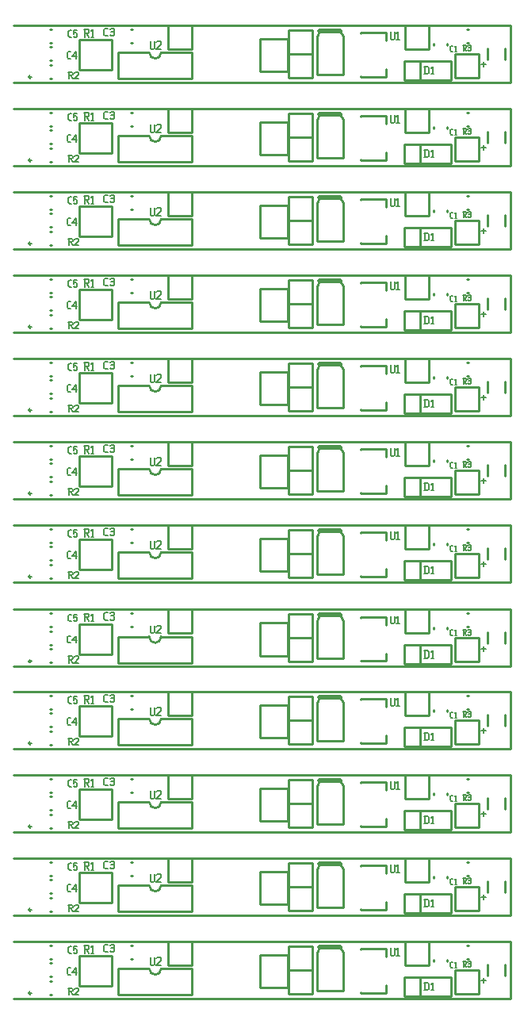
<source format=gbr>
G04 start of page 9 for group -4079 idx -4079 *
G04 Title: (unknown), topsilk *
G04 Creator: pcb 20110918 *
G04 CreationDate: Mon 02 Feb 2015 04:29:52 AM GMT UTC *
G04 For: railfan *
G04 Format: Gerber/RS-274X *
G04 PCB-Dimensions: 211000 411000 *
G04 PCB-Coordinate-Origin: lower left *
%MOIN*%
%FSLAX25Y25*%
%LNTOPSILK*%
%ADD62C,0.0200*%
%ADD61C,0.0080*%
%ADD60C,0.0100*%
G54D60*X210000Y281000D02*X1000D01*
Y270000D02*X210000D01*
Y305000D02*Y281000D01*
Y270000D02*Y246000D01*
X1000D01*
Y235000D02*X210000D01*
Y211000D02*X1000D01*
X210000Y235000D02*Y211000D01*
Y176000D02*X1000D01*
X210000Y200000D02*Y176000D01*
X1000Y200000D02*X210000D01*
X1000Y164500D02*X210000D01*
Y351000D02*X1000D01*
X210000Y375000D02*Y351000D01*
Y316000D02*X1000D01*
X210000Y340000D02*Y316000D01*
X1000Y340000D02*X210000D01*
Y386000D02*X1000D01*
X210000Y410000D02*Y386000D01*
X1000Y410000D02*X210000D01*
X1000Y375000D02*X210000D01*
X1000Y305000D02*X210000D01*
Y140500D02*X1000D01*
X210000Y130000D02*Y106000D01*
X1000Y130000D02*X210000D01*
Y164500D02*Y140500D01*
Y106000D02*X1000D01*
X210000Y71000D02*X1000D01*
X210000Y95000D02*Y71000D01*
X1000Y95000D02*X210000D01*
Y36000D02*X1000D01*
X210000Y1000D02*X1000D01*
X210000Y25000D02*Y1000D01*
X1000Y25000D02*X210000D01*
Y60000D02*Y36000D01*
X1000Y60000D02*X210000D01*
G54D61*X197500Y288500D02*X199500D01*
X198500Y289500D02*Y287500D01*
X197500Y253500D02*X199500D01*
X198500Y254500D02*Y252500D01*
X197500Y218500D02*X199500D01*
X198500Y219500D02*Y217500D01*
X197500Y183500D02*X199500D01*
X198500Y184500D02*Y182500D01*
X197500Y393500D02*X199500D01*
X198500Y394500D02*Y392500D01*
X197500Y358500D02*X199500D01*
X198500Y359500D02*Y357500D01*
X197500Y323500D02*X199500D01*
X198500Y324500D02*Y322500D01*
X197500Y148000D02*X199500D01*
X198500Y149000D02*Y147000D01*
X197500Y113500D02*X199500D01*
X198500Y114500D02*Y112500D01*
X197500Y78500D02*X199500D01*
X198500Y79500D02*Y77500D01*
X197500Y43500D02*X199500D01*
X198500Y44500D02*Y42500D01*
X197500Y8500D02*X199500D01*
X198500Y9500D02*Y7500D01*
G54D60*X116500Y398000D02*Y388000D01*
X126500D01*
Y398000D01*
X116500D01*
Y408000D02*Y398000D01*
X126500D01*
Y408000D01*
X116500D01*
G54D62*X129700Y407600D02*X138300D01*
G54D60*X129700D02*X128500Y405200D01*
Y389400D01*
X139500D01*
Y405200D02*Y389400D01*
Y405200D02*X138300Y407600D01*
X177745Y402393D02*Y401607D01*
X183255Y402393D02*Y401607D01*
X147020Y406750D02*X157650D01*
X147020Y388250D02*X157650D01*
Y406750D02*Y403500D01*
Y391500D02*Y388250D01*
X147020Y406750D02*Y406571D01*
Y388429D02*Y388250D01*
X186500Y398000D02*Y388000D01*
X196500D01*
Y398000D01*
X186500D01*
X165500Y410000D02*Y400000D01*
X175500D01*
Y410000D01*
X165500D01*
X165200Y387000D02*X184900D01*
X165200Y395000D02*X184900D01*
X165200Y387000D02*Y395000D01*
X184900Y387000D02*Y395000D01*
X172000Y387000D02*Y395000D01*
X207740Y400362D02*Y395638D01*
X200260Y400362D02*Y395638D01*
X191607Y408255D02*X192393D01*
X191607Y402745D02*X192393D01*
X116500Y363000D02*Y353000D01*
X126500D01*
Y363000D01*
X116500D01*
Y373000D02*Y363000D01*
X126500D01*
Y373000D01*
X116500D01*
X116400Y369400D02*Y355500D01*
X104600Y369400D02*X116400D01*
X104600D02*Y355500D01*
X116400D01*
G54D62*X129700Y372600D02*X138300D01*
G54D60*X129700D02*X128500Y370200D01*
Y354400D01*
X139500D01*
Y370200D02*Y354400D01*
Y370200D02*X138300Y372600D01*
X147020Y371750D02*X157650D01*
X147020Y353250D02*X157650D01*
Y371750D02*Y368500D01*
Y356500D02*Y353250D01*
X147020Y371750D02*Y371571D01*
Y353429D02*Y353250D01*
X177745Y367393D02*Y366607D01*
X183255Y367393D02*Y366607D01*
X177745Y332393D02*Y331607D01*
X183255Y332393D02*Y331607D01*
X186500Y363000D02*Y353000D01*
X196500D01*
Y363000D01*
X186500D01*
X191607Y373255D02*X192393D01*
X191607Y367745D02*X192393D01*
X186500Y328000D02*Y318000D01*
X196500D01*
Y328000D01*
X186500D01*
X191607Y338255D02*X192393D01*
X191607Y332745D02*X192393D01*
X165500Y375000D02*Y365000D01*
X175500D01*
Y375000D01*
X165500D01*
Y340000D02*Y330000D01*
X175500D01*
Y340000D01*
X165500D01*
X165200Y317000D02*X184900D01*
X165200Y325000D02*X184900D01*
X165200Y317000D02*Y325000D01*
X184900Y317000D02*Y325000D01*
X172000Y317000D02*Y325000D01*
X147020Y336750D02*X157650D01*
X147020Y318250D02*X157650D01*
Y336750D02*Y333500D01*
Y321500D02*Y318250D01*
X147020Y336750D02*Y336571D01*
Y318429D02*Y318250D01*
X165200Y352000D02*X184900D01*
X165200Y360000D02*X184900D01*
X165200Y352000D02*Y360000D01*
X184900Y352000D02*Y360000D01*
X172000Y352000D02*Y360000D01*
X207740Y365362D02*Y360638D01*
X200260Y365362D02*Y360638D01*
X207740Y330362D02*Y325638D01*
X200260Y330362D02*Y325638D01*
X177745Y297393D02*Y296607D01*
X183255Y297393D02*Y296607D01*
X186500Y293000D02*Y283000D01*
X196500D01*
Y293000D01*
X186500D01*
X165200Y282000D02*X184900D01*
X165200Y290000D02*X184900D01*
X165200Y282000D02*Y290000D01*
X184900Y282000D02*Y290000D01*
X172000Y282000D02*Y290000D01*
X207740Y295362D02*Y290638D01*
X200260Y295362D02*Y290638D01*
X191607Y303255D02*X192393D01*
X191607Y297745D02*X192393D01*
X165500Y305000D02*Y295000D01*
X175500D01*
Y305000D01*
X165500D01*
X147020Y301750D02*X157650D01*
X147020Y283250D02*X157650D01*
Y301750D02*Y298500D01*
Y286500D02*Y283250D01*
X147020Y301750D02*Y301571D01*
Y283429D02*Y283250D01*
X186500Y258000D02*Y248000D01*
X196500D01*
Y258000D01*
X186500D01*
X207740Y260362D02*Y255638D01*
X200260Y260362D02*Y255638D01*
X191607Y268255D02*X192393D01*
X191607Y262745D02*X192393D01*
X165500Y270000D02*Y260000D01*
X175500D01*
Y270000D01*
X165500D01*
X147020Y266750D02*X157650D01*
X147020Y248250D02*X157650D01*
Y266750D02*Y263500D01*
Y251500D02*Y248250D01*
X147020Y266750D02*Y266571D01*
Y248429D02*Y248250D01*
X116400Y404400D02*Y390500D01*
X104600Y404400D02*X116400D01*
X104600D02*Y390500D01*
X116400D01*
X50107Y402745D02*X50893D01*
X50107Y408255D02*X50893D01*
X66000Y400000D02*X76000D01*
Y410000D02*Y400000D01*
X66000Y410000D02*X76000D01*
X66000D02*Y400000D01*
X44934Y398488D02*Y387512D01*
X76066D01*
Y398488D02*Y387512D01*
X44934Y398488D02*X58000D01*
X63000D02*X76066D01*
X58000D02*G75*G03X63000Y398488I2500J0D01*G01*
X44934Y363488D02*Y352512D01*
X76066D01*
Y363488D02*Y352512D01*
X44934Y363488D02*X58000D01*
X63000D02*X76066D01*
X58000D02*G75*G03X63000Y363488I2500J0D01*G01*
X50107Y367745D02*X50893D01*
X50107Y373255D02*X50893D01*
X66000Y365000D02*X76000D01*
Y375000D02*Y365000D01*
X66000Y375000D02*X76000D01*
X66000D02*Y365000D01*
X8337Y318232D02*G75*G03X8337Y318232I-500J0D01*G01*
X16107Y323255D02*X16893D01*
X16107Y317745D02*X16893D01*
X16107Y330755D02*X16893D01*
X16107Y325245D02*X16893D01*
X16107Y338255D02*X16893D01*
X16107Y332745D02*X16893D01*
X28610Y333799D02*Y321201D01*
Y333799D02*X42390D01*
Y321201D01*
X28610D02*X42390D01*
X28610Y298799D02*Y286201D01*
Y298799D02*X42390D01*
Y286201D01*
X28610D02*X42390D01*
X16107Y288255D02*X16893D01*
X16107Y282745D02*X16893D01*
X16107Y295755D02*X16893D01*
X16107Y290245D02*X16893D01*
X16107Y303255D02*X16893D01*
X16107Y297745D02*X16893D01*
X8337Y388232D02*G75*G03X8337Y388232I-500J0D01*G01*
Y353232D02*G75*G03X8337Y353232I-500J0D01*G01*
Y283232D02*G75*G03X8337Y283232I-500J0D01*G01*
X28610Y403799D02*Y391201D01*
Y403799D02*X42390D01*
Y391201D01*
X28610D02*X42390D01*
X28610Y368799D02*Y356201D01*
Y368799D02*X42390D01*
Y356201D01*
X28610D02*X42390D01*
X16107Y393255D02*X16893D01*
X16107Y387745D02*X16893D01*
X16107Y358255D02*X16893D01*
X16107Y352745D02*X16893D01*
X16107Y365755D02*X16893D01*
X16107Y360245D02*X16893D01*
X16107Y373255D02*X16893D01*
X16107Y367745D02*X16893D01*
X16107Y400755D02*X16893D01*
X16107Y395245D02*X16893D01*
X16107Y408255D02*X16893D01*
X16107Y402745D02*X16893D01*
X116500Y258000D02*Y248000D01*
X126500D01*
Y258000D01*
X116500D01*
Y223000D02*Y213000D01*
X126500D01*
Y223000D01*
X116500D01*
Y233000D02*Y223000D01*
X126500D01*
Y233000D01*
X116500D01*
X116400Y229400D02*Y215500D01*
X104600Y229400D02*X116400D01*
X104600D02*Y215500D01*
X116400D01*
G54D62*X129700Y232600D02*X138300D01*
G54D60*X129700D02*X128500Y230200D01*
Y214400D01*
X139500D01*
Y230200D02*Y214400D01*
Y230200D02*X138300Y232600D01*
X116500Y268000D02*Y258000D01*
X126500D01*
Y268000D01*
X116500D01*
G54D62*X129700Y267600D02*X138300D01*
G54D60*X129700D02*X128500Y265200D01*
Y249400D01*
X139500D01*
Y265200D02*Y249400D01*
Y265200D02*X138300Y267600D01*
X116400Y264400D02*Y250500D01*
X104600Y264400D02*X116400D01*
X104600D02*Y250500D01*
X116400D01*
X44934Y258488D02*Y247512D01*
X76066D01*
Y258488D02*Y247512D01*
X44934Y258488D02*X58000D01*
X63000D02*X76066D01*
X58000D02*G75*G03X63000Y258488I2500J0D01*G01*
X50107Y262745D02*X50893D01*
X50107Y268255D02*X50893D01*
X8337Y248232D02*G75*G03X8337Y248232I-500J0D01*G01*
X16107Y253255D02*X16893D01*
X16107Y247745D02*X16893D01*
X16107Y260755D02*X16893D01*
X16107Y255245D02*X16893D01*
X16107Y268255D02*X16893D01*
X16107Y262745D02*X16893D01*
X28610Y263799D02*Y251201D01*
Y263799D02*X42390D01*
Y251201D01*
X28610D02*X42390D01*
X28610Y228799D02*Y216201D01*
Y228799D02*X42390D01*
Y216201D01*
X28610D02*X42390D01*
X16107Y218255D02*X16893D01*
X16107Y212745D02*X16893D01*
X16107Y225755D02*X16893D01*
X16107Y220245D02*X16893D01*
X16107Y233255D02*X16893D01*
X16107Y227745D02*X16893D01*
X116500Y328000D02*Y318000D01*
X126500D01*
Y328000D01*
X116500D01*
Y293000D02*Y283000D01*
X126500D01*
Y293000D01*
X116500D01*
Y303000D02*Y293000D01*
X126500D01*
Y303000D01*
X116500D01*
X116400Y299400D02*Y285500D01*
X104600Y299400D02*X116400D01*
X104600D02*Y285500D01*
X116400D01*
G54D62*X129700Y302600D02*X138300D01*
G54D60*X129700D02*X128500Y300200D01*
Y284400D01*
X139500D01*
Y300200D02*Y284400D01*
Y300200D02*X138300Y302600D01*
X116500Y338000D02*Y328000D01*
X126500D01*
Y338000D01*
X116500D01*
G54D62*X129700Y337600D02*X138300D01*
G54D60*X129700D02*X128500Y335200D01*
Y319400D01*
X139500D01*
Y335200D02*Y319400D01*
Y335200D02*X138300Y337600D01*
X116400Y334400D02*Y320500D01*
X104600Y334400D02*X116400D01*
X104600D02*Y320500D01*
X116400D01*
X44934Y328488D02*Y317512D01*
X76066D01*
Y328488D02*Y317512D01*
X44934Y328488D02*X58000D01*
X63000D02*X76066D01*
X58000D02*G75*G03X63000Y328488I2500J0D01*G01*
X50107Y332745D02*X50893D01*
X50107Y338255D02*X50893D01*
X66000Y330000D02*X76000D01*
Y340000D02*Y330000D01*
X66000Y340000D02*X76000D01*
X66000D02*Y330000D01*
X44934Y293488D02*Y282512D01*
X76066D01*
Y293488D02*Y282512D01*
X44934Y293488D02*X58000D01*
X63000D02*X76066D01*
X58000D02*G75*G03X63000Y293488I2500J0D01*G01*
X50107Y297745D02*X50893D01*
X50107Y303255D02*X50893D01*
X66000Y295000D02*X76000D01*
Y305000D02*Y295000D01*
X66000Y305000D02*X76000D01*
X66000D02*Y295000D01*
Y260000D02*X76000D01*
Y270000D02*Y260000D01*
X66000Y270000D02*X76000D01*
X66000D02*Y260000D01*
Y225000D02*X76000D01*
Y235000D02*Y225000D01*
X66000Y235000D02*X76000D01*
X66000D02*Y225000D01*
Y190000D02*X76000D01*
Y200000D02*Y190000D01*
X66000Y200000D02*X76000D01*
X66000D02*Y190000D01*
Y154500D02*X76000D01*
Y164500D02*Y154500D01*
X66000Y164500D02*X76000D01*
X66000D02*Y154500D01*
X177745Y262393D02*Y261607D01*
X183255Y262393D02*Y261607D01*
X177745Y227393D02*Y226607D01*
X183255Y227393D02*Y226607D01*
X191607Y233255D02*X192393D01*
X191607Y227745D02*X192393D01*
X165200Y247000D02*X184900D01*
X165200Y255000D02*X184900D01*
X165200Y247000D02*Y255000D01*
X184900Y247000D02*Y255000D01*
X172000Y247000D02*Y255000D01*
X165500Y235000D02*Y225000D01*
X175500D01*
Y235000D01*
X165500D01*
X165200Y212000D02*X184900D01*
X165200Y220000D02*X184900D01*
X165200Y212000D02*Y220000D01*
X184900Y212000D02*Y220000D01*
X172000Y212000D02*Y220000D01*
X147020Y231750D02*X157650D01*
X147020Y213250D02*X157650D01*
Y231750D02*Y228500D01*
Y216500D02*Y213250D01*
X147020Y231750D02*Y231571D01*
Y213429D02*Y213250D01*
X186500Y223000D02*Y213000D01*
X196500D01*
Y223000D01*
X186500D01*
X207740Y225362D02*Y220638D01*
X200260Y225362D02*Y220638D01*
X177745Y192393D02*Y191607D01*
X183255Y192393D02*Y191607D01*
X186500Y188000D02*Y178000D01*
X196500D01*
Y188000D01*
X186500D01*
X207740Y190362D02*Y185638D01*
X200260Y190362D02*Y185638D01*
X191607Y198255D02*X192393D01*
X191607Y192745D02*X192393D01*
X165500Y200000D02*Y190000D01*
X175500D01*
Y200000D01*
X165500D01*
X165200Y177000D02*X184900D01*
X165200Y185000D02*X184900D01*
X165200Y177000D02*Y185000D01*
X184900Y177000D02*Y185000D01*
X172000Y177000D02*Y185000D01*
X165500Y164500D02*Y154500D01*
X175500D01*
Y164500D01*
X165500D01*
X147020Y196750D02*X157650D01*
X147020Y178250D02*X157650D01*
Y196750D02*Y193500D01*
Y181500D02*Y178250D01*
X147020Y196750D02*Y196571D01*
Y178429D02*Y178250D01*
X177745Y156893D02*Y156107D01*
X183255Y156893D02*Y156107D01*
X186500Y152500D02*Y142500D01*
X196500D01*
Y152500D01*
X186500D01*
X165200Y141500D02*X184900D01*
X165200Y149500D02*X184900D01*
X165200Y141500D02*Y149500D01*
X184900Y141500D02*Y149500D01*
X172000Y141500D02*Y149500D01*
X207740Y154862D02*Y150138D01*
X200260Y154862D02*Y150138D01*
X191607Y162755D02*X192393D01*
X191607Y157245D02*X192393D01*
X147020Y161250D02*X157650D01*
X147020Y142750D02*X157650D01*
Y161250D02*Y158000D01*
Y146000D02*Y142750D01*
X147020Y161250D02*Y161071D01*
Y142929D02*Y142750D01*
X177745Y122393D02*Y121607D01*
X183255Y122393D02*Y121607D01*
X186500Y118000D02*Y108000D01*
X196500D01*
Y118000D01*
X186500D01*
X165200Y107000D02*X184900D01*
X165200Y115000D02*X184900D01*
X165200Y107000D02*Y115000D01*
X184900Y107000D02*Y115000D01*
X172000Y107000D02*Y115000D01*
X207740Y120362D02*Y115638D01*
X200260Y120362D02*Y115638D01*
X191607Y128255D02*X192393D01*
X191607Y122745D02*X192393D01*
X165500Y130000D02*Y120000D01*
X175500D01*
Y130000D01*
X165500D01*
X147020Y126750D02*X157650D01*
X147020Y108250D02*X157650D01*
Y126750D02*Y123500D01*
Y111500D02*Y108250D01*
X147020Y126750D02*Y126571D01*
Y108429D02*Y108250D01*
X177745Y87393D02*Y86607D01*
X183255Y87393D02*Y86607D01*
X165500Y95000D02*Y85000D01*
X175500D01*
Y95000D01*
X165500D01*
X165200Y72000D02*X184900D01*
X165200Y80000D02*X184900D01*
X165200Y72000D02*Y80000D01*
X184900Y72000D02*Y80000D01*
X172000Y72000D02*Y80000D01*
X147020Y91750D02*X157650D01*
X147020Y73250D02*X157650D01*
Y91750D02*Y88500D01*
Y76500D02*Y73250D01*
X147020Y91750D02*Y91571D01*
Y73429D02*Y73250D01*
X186500Y83000D02*Y73000D01*
X196500D01*
Y83000D01*
X186500D01*
X207740Y85362D02*Y80638D01*
X200260Y85362D02*Y80638D01*
X191607Y93255D02*X192393D01*
X191607Y87745D02*X192393D01*
X147020Y56750D02*X157650D01*
X147020Y38250D02*X157650D01*
Y56750D02*Y53500D01*
Y41500D02*Y38250D01*
X147020Y56750D02*Y56571D01*
Y38429D02*Y38250D01*
X177745Y52393D02*Y51607D01*
X183255Y52393D02*Y51607D01*
X186500Y48000D02*Y38000D01*
X196500D01*
Y48000D01*
X186500D01*
X165500Y60000D02*Y50000D01*
X175500D01*
Y60000D01*
X165500D01*
X165200Y37000D02*X184900D01*
X165200Y45000D02*X184900D01*
X165200Y37000D02*Y45000D01*
X184900Y37000D02*Y45000D01*
X172000Y37000D02*Y45000D01*
X207740Y50362D02*Y45638D01*
X200260Y50362D02*Y45638D01*
X191607Y58255D02*X192393D01*
X191607Y52745D02*X192393D01*
X177745Y17393D02*Y16607D01*
X183255Y17393D02*Y16607D01*
X186500Y13000D02*Y3000D01*
X196500D01*
Y13000D01*
X186500D01*
X165500Y25000D02*Y15000D01*
X175500D01*
Y25000D01*
X165500D01*
X191607Y23255D02*X192393D01*
X191607Y17745D02*X192393D01*
X147020Y21750D02*X157650D01*
X147020Y3250D02*X157650D01*
Y21750D02*Y18500D01*
Y6500D02*Y3250D01*
X147020Y21750D02*Y21571D01*
Y3429D02*Y3250D01*
X66000Y15000D02*X76000D01*
Y25000D02*Y15000D01*
X66000Y25000D02*X76000D01*
X66000D02*Y15000D01*
X165200Y2000D02*X184900D01*
X165200Y10000D02*X184900D01*
X165200Y2000D02*Y10000D01*
X184900Y2000D02*Y10000D01*
X172000Y2000D02*Y10000D01*
X207740Y15362D02*Y10638D01*
X200260Y15362D02*Y10638D01*
X8337Y178232D02*G75*G03X8337Y178232I-500J0D01*G01*
X16107Y183255D02*X16893D01*
X16107Y177745D02*X16893D01*
X16107Y190755D02*X16893D01*
X16107Y185245D02*X16893D01*
X16107Y198255D02*X16893D01*
X16107Y192745D02*X16893D01*
X28610Y193799D02*Y181201D01*
Y193799D02*X42390D01*
Y181201D01*
X28610D02*X42390D01*
X28610Y158299D02*Y145701D01*
Y158299D02*X42390D01*
Y145701D01*
X28610D02*X42390D01*
X16107Y147755D02*X16893D01*
X16107Y142245D02*X16893D01*
X16107Y155255D02*X16893D01*
X16107Y149745D02*X16893D01*
X16107Y162755D02*X16893D01*
X16107Y157245D02*X16893D01*
X116500Y188000D02*Y178000D01*
X126500D01*
Y188000D01*
X116500D01*
Y198000D02*Y188000D01*
X126500D01*
Y198000D01*
X116500D01*
X116400Y194400D02*Y180500D01*
X104600Y194400D02*X116400D01*
X104600D02*Y180500D01*
X116400D01*
G54D62*X129700Y197600D02*X138300D01*
G54D60*X129700D02*X128500Y195200D01*
Y179400D01*
X139500D01*
Y195200D02*Y179400D01*
Y195200D02*X138300Y197600D01*
X116500Y152500D02*Y142500D01*
X126500D01*
Y152500D01*
X116500D01*
X116400Y158900D02*Y145000D01*
X104600Y158900D02*X116400D01*
X104600D02*Y145000D01*
X116400D01*
X44934Y152988D02*Y142012D01*
X76066D01*
Y152988D02*Y142012D01*
X44934Y152988D02*X58000D01*
X63000D02*X76066D01*
X58000D02*G75*G03X63000Y152988I2500J0D01*G01*
X50107Y157245D02*X50893D01*
X50107Y162755D02*X50893D01*
X116500Y162500D02*Y152500D01*
X126500D01*
Y162500D01*
X116500D01*
G54D62*X129700Y162100D02*X138300D01*
G54D60*X129700D02*X128500Y159700D01*
Y143900D01*
X139500D01*
Y159700D02*Y143900D01*
Y159700D02*X138300Y162100D01*
X116500Y118000D02*Y108000D01*
X126500D01*
Y118000D01*
X116500D01*
Y128000D02*Y118000D01*
X126500D01*
Y128000D01*
X116500D01*
X116400Y124400D02*Y110500D01*
X104600Y124400D02*X116400D01*
X104600D02*Y110500D01*
X116400D01*
X44934Y118488D02*Y107512D01*
X76066D01*
Y118488D02*Y107512D01*
X44934Y118488D02*X58000D01*
X63000D02*X76066D01*
X58000D02*G75*G03X63000Y118488I2500J0D01*G01*
X50107Y122745D02*X50893D01*
X50107Y128255D02*X50893D01*
X66000Y120000D02*X76000D01*
Y130000D02*Y120000D01*
X66000Y130000D02*X76000D01*
X66000D02*Y120000D01*
G54D62*X129700Y127600D02*X138300D01*
G54D60*X129700D02*X128500Y125200D01*
Y109400D01*
X139500D01*
Y125200D02*Y109400D01*
Y125200D02*X138300Y127600D01*
X116500Y83000D02*Y73000D01*
X126500D01*
Y83000D01*
X116500D01*
Y93000D02*Y83000D01*
X126500D01*
Y93000D01*
X116500D01*
X116400Y89400D02*Y75500D01*
X104600Y89400D02*X116400D01*
X104600D02*Y75500D01*
X116400D01*
G54D62*X129700Y92600D02*X138300D01*
G54D60*X129700D02*X128500Y90200D01*
Y74400D01*
X139500D01*
Y90200D02*Y74400D01*
Y90200D02*X138300Y92600D01*
X44934Y223488D02*Y212512D01*
X76066D01*
Y223488D02*Y212512D01*
X44934Y223488D02*X58000D01*
X63000D02*X76066D01*
X58000D02*G75*G03X63000Y223488I2500J0D01*G01*
X50107Y227745D02*X50893D01*
X50107Y233255D02*X50893D01*
X44934Y188488D02*Y177512D01*
X76066D01*
Y188488D02*Y177512D01*
X44934Y188488D02*X58000D01*
X63000D02*X76066D01*
X58000D02*G75*G03X63000Y188488I2500J0D01*G01*
X50107Y192745D02*X50893D01*
X50107Y198255D02*X50893D01*
X8337Y108232D02*G75*G03X8337Y108232I-500J0D01*G01*
X16107Y113255D02*X16893D01*
X16107Y107745D02*X16893D01*
X16107Y120755D02*X16893D01*
X16107Y115245D02*X16893D01*
X16107Y128255D02*X16893D01*
X16107Y122745D02*X16893D01*
X28610Y123799D02*Y111201D01*
Y123799D02*X42390D01*
Y111201D01*
X28610D02*X42390D01*
X28610Y88799D02*Y76201D01*
Y88799D02*X42390D01*
Y76201D01*
X28610D02*X42390D01*
X16107Y78255D02*X16893D01*
X16107Y72745D02*X16893D01*
X16107Y85755D02*X16893D01*
X16107Y80245D02*X16893D01*
X16107Y93255D02*X16893D01*
X16107Y87745D02*X16893D01*
X8337Y38232D02*G75*G03X8337Y38232I-500J0D01*G01*
X16107Y43255D02*X16893D01*
X16107Y37745D02*X16893D01*
X16107Y50755D02*X16893D01*
X16107Y45245D02*X16893D01*
X16107Y58255D02*X16893D01*
X16107Y52745D02*X16893D01*
X28610Y53799D02*Y41201D01*
Y53799D02*X42390D01*
Y41201D01*
X28610D02*X42390D01*
X8337Y213232D02*G75*G03X8337Y213232I-500J0D01*G01*
Y142732D02*G75*G03X8337Y142732I-500J0D01*G01*
Y73232D02*G75*G03X8337Y73232I-500J0D01*G01*
Y3232D02*G75*G03X8337Y3232I-500J0D01*G01*
X28610Y18799D02*Y6201D01*
Y18799D02*X42390D01*
Y6201D01*
X28610D02*X42390D01*
X16107Y8255D02*X16893D01*
X16107Y2745D02*X16893D01*
X16107Y15755D02*X16893D01*
X16107Y10245D02*X16893D01*
X16107Y23255D02*X16893D01*
X16107Y17745D02*X16893D01*
X44934Y83488D02*Y72512D01*
X76066D01*
Y83488D02*Y72512D01*
X44934Y83488D02*X58000D01*
X63000D02*X76066D01*
X58000D02*G75*G03X63000Y83488I2500J0D01*G01*
X44934Y48488D02*Y37512D01*
X76066D01*
Y48488D02*Y37512D01*
X44934Y48488D02*X58000D01*
X63000D02*X76066D01*
X58000D02*G75*G03X63000Y48488I2500J0D01*G01*
X50107Y52745D02*X50893D01*
X50107Y58255D02*X50893D01*
X66000Y50000D02*X76000D01*
Y60000D02*Y50000D01*
X66000Y60000D02*X76000D01*
X66000D02*Y50000D01*
X50107Y87745D02*X50893D01*
X50107Y93255D02*X50893D01*
X66000Y85000D02*X76000D01*
Y95000D02*Y85000D01*
X66000Y95000D02*X76000D01*
X66000D02*Y85000D01*
X116500Y48000D02*Y38000D01*
X126500D01*
Y48000D01*
X116500D01*
Y58000D02*Y48000D01*
X126500D01*
Y58000D01*
X116500D01*
X116400Y54400D02*Y40500D01*
X104600Y54400D02*X116400D01*
X104600D02*Y40500D01*
X116400D01*
G54D62*X129700Y57600D02*X138300D01*
G54D60*X129700D02*X128500Y55200D01*
Y39400D01*
X139500D01*
Y55200D02*Y39400D01*
Y55200D02*X138300Y57600D01*
X116500Y13000D02*Y3000D01*
X126500D01*
Y13000D01*
X116500D01*
Y23000D02*Y13000D01*
X126500D01*
Y23000D01*
X116500D01*
X116400Y19400D02*Y5500D01*
X104600Y19400D02*X116400D01*
X104600D02*Y5500D01*
X116400D01*
X44934Y13488D02*Y2512D01*
X76066D01*
Y13488D02*Y2512D01*
X44934Y13488D02*X58000D01*
X63000D02*X76066D01*
X58000D02*G75*G03X63000Y13488I2500J0D01*G01*
X50107Y17745D02*X50893D01*
X50107Y23255D02*X50893D01*
G54D62*X129700Y22600D02*X138300D01*
G54D60*X129700D02*X128500Y20200D01*
Y4400D01*
X139500D01*
Y20200D02*Y4400D01*
Y20200D02*X138300Y22600D01*
G54D61*X39560Y405500D02*X40600D01*
X39000Y406060D02*X39560Y405500D01*
X39000Y408140D02*Y406060D01*
Y408140D02*X39560Y408700D01*
X40600D01*
X41560Y408300D02*X41960Y408700D01*
X42760D01*
X43160Y408300D01*
X42760Y405500D02*X43160Y405900D01*
X41960Y405500D02*X42760D01*
X41560Y405900D02*X41960Y405500D01*
Y407260D02*X42760D01*
X43160Y408300D02*Y407660D01*
Y406860D02*Y405900D01*
Y406860D02*X42760Y407260D01*
X43160Y407660D02*X42760Y407260D01*
X30500Y408200D02*X32100D01*
X32500Y407800D01*
Y407000D01*
X32100Y406600D02*X32500Y407000D01*
X30900Y406600D02*X32100D01*
X30900Y408200D02*Y405000D01*
X31540Y406600D02*X32500Y405000D01*
X33460Y407560D02*X34100Y408200D01*
Y405000D01*
X33460D02*X34660D01*
X24490D02*X25400D01*
X24000Y405490D02*X24490Y405000D01*
X24000Y407310D02*Y405490D01*
Y407310D02*X24490Y407800D01*
X25400D01*
X26240D02*X27640D01*
X26240D02*Y406400D01*
X26590Y406750D01*
X27290D01*
X27640Y406400D01*
Y405350D01*
X27290Y405000D02*X27640Y405350D01*
X26590Y405000D02*X27290D01*
X26240Y405350D02*X26590Y405000D01*
X24000Y390300D02*X25400D01*
X25750Y389950D01*
Y389250D01*
X25400Y388900D02*X25750Y389250D01*
X24350Y388900D02*X25400D01*
X24350Y390300D02*Y387500D01*
X24910Y388900D02*X25750Y387500D01*
X26590Y389950D02*X26940Y390300D01*
X27990D01*
X28340Y389950D01*
Y389250D01*
X26590Y387500D02*X28340Y389250D01*
X26590Y387500D02*X28340D01*
X23990Y396000D02*X24900D01*
X23500Y396490D02*X23990Y396000D01*
X23500Y398310D02*Y396490D01*
Y398310D02*X23990Y398800D01*
X24900D01*
X25740Y397050D02*X27140Y398800D01*
X25740Y397050D02*X27490D01*
X27140Y398800D02*Y396000D01*
X58500Y368200D02*Y365400D01*
X58900Y365000D01*
X59700D01*
X60100Y365400D01*
Y368200D02*Y365400D01*
X61060Y367800D02*X61460Y368200D01*
X62660D01*
X63060Y367800D01*
Y367000D01*
X61060Y365000D02*X63060Y367000D01*
X61060Y365000D02*X63060D01*
X39560Y370500D02*X40600D01*
X39000Y371060D02*X39560Y370500D01*
X39000Y373140D02*Y371060D01*
Y373140D02*X39560Y373700D01*
X40600D01*
X41560Y373300D02*X41960Y373700D01*
X42760D01*
X43160Y373300D01*
X42760Y370500D02*X43160Y370900D01*
X41960Y370500D02*X42760D01*
X41560Y370900D02*X41960Y370500D01*
Y372260D02*X42760D01*
X43160Y373300D02*Y372660D01*
Y371860D02*Y370900D01*
Y371860D02*X42760Y372260D01*
X43160Y372660D02*X42760Y372260D01*
X30500Y373200D02*X32100D01*
X32500Y372800D01*
Y372000D01*
X32100Y371600D02*X32500Y372000D01*
X30900Y371600D02*X32100D01*
X30900Y373200D02*Y370000D01*
X31540Y371600D02*X32500Y370000D01*
X33460Y372560D02*X34100Y373200D01*
Y370000D01*
X33460D02*X34660D01*
X24000Y355300D02*X25400D01*
X25750Y354950D01*
Y354250D01*
X25400Y353900D02*X25750Y354250D01*
X24350Y353900D02*X25400D01*
X24350Y355300D02*Y352500D01*
X24910Y353900D02*X25750Y352500D01*
X26590Y354950D02*X26940Y355300D01*
X27990D01*
X28340Y354950D01*
Y354250D01*
X26590Y352500D02*X28340Y354250D01*
X26590Y352500D02*X28340D01*
X23990Y361000D02*X24900D01*
X23500Y361490D02*X23990Y361000D01*
X23500Y363310D02*Y361490D01*
Y363310D02*X23990Y363800D01*
X24900D01*
X25740Y362050D02*X27140Y363800D01*
X25740Y362050D02*X27490D01*
X27140Y363800D02*Y361000D01*
X24490Y370000D02*X25400D01*
X24000Y370490D02*X24490Y370000D01*
X24000Y372310D02*Y370490D01*
Y372310D02*X24490Y372800D01*
X25400D01*
X26240D02*X27640D01*
X26240D02*Y371400D01*
X26590Y371750D01*
X27290D01*
X27640Y371400D01*
Y370350D01*
X27290Y370000D02*X27640Y370350D01*
X26590Y370000D02*X27290D01*
X26240Y370350D02*X26590Y370000D01*
X30500Y338200D02*X32100D01*
X32500Y337800D01*
Y337000D01*
X32100Y336600D02*X32500Y337000D01*
X30900Y336600D02*X32100D01*
X30900Y338200D02*Y335000D01*
X31540Y336600D02*X32500Y335000D01*
X33460Y337560D02*X34100Y338200D01*
Y335000D01*
X33460D02*X34660D01*
X24490D02*X25400D01*
X24000Y335490D02*X24490Y335000D01*
X24000Y337310D02*Y335490D01*
Y337310D02*X24490Y337800D01*
X25400D01*
X26240D02*X27640D01*
X26240D02*Y336400D01*
X26590Y336750D01*
X27290D01*
X27640Y336400D01*
Y335350D01*
X27290Y335000D02*X27640Y335350D01*
X26590Y335000D02*X27290D01*
X26240Y335350D02*X26590Y335000D01*
X58500Y403200D02*Y400400D01*
X58900Y400000D01*
X59700D01*
X60100Y400400D01*
Y403200D02*Y400400D01*
X61060Y402800D02*X61460Y403200D01*
X62660D01*
X63060Y402800D01*
Y402000D01*
X61060Y400000D02*X63060Y402000D01*
X61060Y400000D02*X63060D01*
X184920Y399000D02*X185700D01*
X184500Y399420D02*X184920Y399000D01*
X184500Y400980D02*Y399420D01*
Y400980D02*X184920Y401400D01*
X185700D01*
X186420Y400920D02*X186900Y401400D01*
Y399000D01*
X186420D02*X187320D01*
X189850Y401550D02*X191050D01*
X191350Y401250D01*
Y400650D01*
X191050Y400350D02*X191350Y400650D01*
X190150Y400350D02*X191050D01*
X190150Y401550D02*Y399150D01*
X190630Y400350D02*X191350Y399150D01*
X192070Y401250D02*X192370Y401550D01*
X192970D01*
X193270Y401250D01*
X192970Y399150D02*X193270Y399450D01*
X192370Y399150D02*X192970D01*
X192070Y399450D02*X192370Y399150D01*
Y400470D02*X192970D01*
X193270Y401250D02*Y400770D01*
Y400170D02*Y399450D01*
Y400170D02*X192970Y400470D01*
X193270Y400770D02*X192970Y400470D01*
X184920Y364000D02*X185700D01*
X184500Y364420D02*X184920Y364000D01*
X184500Y365980D02*Y364420D01*
Y365980D02*X184920Y366400D01*
X185700D01*
X186420Y365920D02*X186900Y366400D01*
Y364000D01*
X186420D02*X187320D01*
X173900Y357700D02*Y354500D01*
X174940Y357700D02*X175500Y357140D01*
Y355060D01*
X174940Y354500D02*X175500Y355060D01*
X173500Y354500D02*X174940D01*
X173500Y357700D02*X174940D01*
X176460Y357060D02*X177100Y357700D01*
Y354500D01*
X176460D02*X177660D01*
X189850Y366550D02*X191050D01*
X191350Y366250D01*
Y365650D01*
X191050Y365350D02*X191350Y365650D01*
X190150Y365350D02*X191050D01*
X190150Y366550D02*Y364150D01*
X190630Y365350D02*X191350Y364150D01*
X192070Y366250D02*X192370Y366550D01*
X192970D01*
X193270Y366250D01*
X192970Y364150D02*X193270Y364450D01*
X192370Y364150D02*X192970D01*
X192070Y364450D02*X192370Y364150D01*
Y365470D02*X192970D01*
X193270Y366250D02*Y365770D01*
Y365170D02*Y364450D01*
Y365170D02*X192970Y365470D01*
X193270Y365770D02*X192970Y365470D01*
X159500Y372200D02*Y369400D01*
X159900Y369000D01*
X160700D01*
X161100Y369400D01*
Y372200D02*Y369400D01*
X162060Y371560D02*X162700Y372200D01*
Y369000D01*
X162060D02*X163260D01*
X173900Y392700D02*Y389500D01*
X174940Y392700D02*X175500Y392140D01*
Y390060D01*
X174940Y389500D02*X175500Y390060D01*
X173500Y389500D02*X174940D01*
X173500Y392700D02*X174940D01*
X176460Y392060D02*X177100Y392700D01*
Y389500D01*
X176460D02*X177660D01*
X159500Y407200D02*Y404400D01*
X159900Y404000D01*
X160700D01*
X161100Y404400D01*
Y407200D02*Y404400D01*
X162060Y406560D02*X162700Y407200D01*
Y404000D01*
X162060D02*X163260D01*
X184920Y329000D02*X185700D01*
X184500Y329420D02*X184920Y329000D01*
X184500Y330980D02*Y329420D01*
Y330980D02*X184920Y331400D01*
X185700D01*
X186420Y330920D02*X186900Y331400D01*
Y329000D01*
X186420D02*X187320D01*
X189850Y331550D02*X191050D01*
X191350Y331250D01*
Y330650D01*
X191050Y330350D02*X191350Y330650D01*
X190150Y330350D02*X191050D01*
X190150Y331550D02*Y329150D01*
X190630Y330350D02*X191350Y329150D01*
X192070Y331250D02*X192370Y331550D01*
X192970D01*
X193270Y331250D01*
X192970Y329150D02*X193270Y329450D01*
X192370Y329150D02*X192970D01*
X192070Y329450D02*X192370Y329150D01*
Y330470D02*X192970D01*
X193270Y331250D02*Y330770D01*
Y330170D02*Y329450D01*
Y330170D02*X192970Y330470D01*
X193270Y330770D02*X192970Y330470D01*
X159500Y337200D02*Y334400D01*
X159900Y334000D01*
X160700D01*
X161100Y334400D01*
Y337200D02*Y334400D01*
X162060Y336560D02*X162700Y337200D01*
Y334000D01*
X162060D02*X163260D01*
X173900Y322700D02*Y319500D01*
X174940Y322700D02*X175500Y322140D01*
Y320060D01*
X174940Y319500D02*X175500Y320060D01*
X173500Y319500D02*X174940D01*
X173500Y322700D02*X174940D01*
X176460Y322060D02*X177100Y322700D01*
Y319500D01*
X176460D02*X177660D01*
X189850Y296550D02*X191050D01*
X191350Y296250D01*
Y295650D01*
X191050Y295350D02*X191350Y295650D01*
X190150Y295350D02*X191050D01*
X190150Y296550D02*Y294150D01*
X190630Y295350D02*X191350Y294150D01*
X192070Y296250D02*X192370Y296550D01*
X192970D01*
X193270Y296250D01*
X192970Y294150D02*X193270Y294450D01*
X192370Y294150D02*X192970D01*
X192070Y294450D02*X192370Y294150D01*
Y295470D02*X192970D01*
X193270Y296250D02*Y295770D01*
Y295170D02*Y294450D01*
Y295170D02*X192970Y295470D01*
X193270Y295770D02*X192970Y295470D01*
X184920Y294000D02*X185700D01*
X184500Y294420D02*X184920Y294000D01*
X184500Y295980D02*Y294420D01*
Y295980D02*X184920Y296400D01*
X185700D01*
X186420Y295920D02*X186900Y296400D01*
Y294000D01*
X186420D02*X187320D01*
X173900Y287700D02*Y284500D01*
X174940Y287700D02*X175500Y287140D01*
Y285060D01*
X174940Y284500D02*X175500Y285060D01*
X173500Y284500D02*X174940D01*
X173500Y287700D02*X174940D01*
X176460Y287060D02*X177100Y287700D01*
Y284500D01*
X176460D02*X177660D01*
X159500Y302200D02*Y299400D01*
X159900Y299000D01*
X160700D01*
X161100Y299400D01*
Y302200D02*Y299400D01*
X162060Y301560D02*X162700Y302200D01*
Y299000D01*
X162060D02*X163260D01*
X184920Y259000D02*X185700D01*
X184500Y259420D02*X184920Y259000D01*
X184500Y260980D02*Y259420D01*
Y260980D02*X184920Y261400D01*
X185700D01*
X186420Y260920D02*X186900Y261400D01*
Y259000D01*
X186420D02*X187320D01*
X189850Y261550D02*X191050D01*
X191350Y261250D01*
Y260650D01*
X191050Y260350D02*X191350Y260650D01*
X190150Y260350D02*X191050D01*
X190150Y261550D02*Y259150D01*
X190630Y260350D02*X191350Y259150D01*
X192070Y261250D02*X192370Y261550D01*
X192970D01*
X193270Y261250D01*
X192970Y259150D02*X193270Y259450D01*
X192370Y259150D02*X192970D01*
X192070Y259450D02*X192370Y259150D01*
Y260470D02*X192970D01*
X193270Y261250D02*Y260770D01*
Y260170D02*Y259450D01*
Y260170D02*X192970Y260470D01*
X193270Y260770D02*X192970Y260470D01*
X159500Y267200D02*Y264400D01*
X159900Y264000D01*
X160700D01*
X161100Y264400D01*
Y267200D02*Y264400D01*
X162060Y266560D02*X162700Y267200D01*
Y264000D01*
X162060D02*X163260D01*
X173900Y252700D02*Y249500D01*
X174940Y252700D02*X175500Y252140D01*
Y250060D01*
X174940Y249500D02*X175500Y250060D01*
X173500Y249500D02*X174940D01*
X173500Y252700D02*X174940D01*
X176460Y252060D02*X177100Y252700D01*
Y249500D01*
X176460D02*X177660D01*
X159500Y92200D02*Y89400D01*
X159900Y89000D01*
X160700D01*
X161100Y89400D01*
Y92200D02*Y89400D01*
X162060Y91560D02*X162700Y92200D01*
Y89000D01*
X162060D02*X163260D01*
X39560Y335500D02*X40600D01*
X39000Y336060D02*X39560Y335500D01*
X39000Y338140D02*Y336060D01*
Y338140D02*X39560Y338700D01*
X40600D01*
X41560Y338300D02*X41960Y338700D01*
X42760D01*
X43160Y338300D01*
X42760Y335500D02*X43160Y335900D01*
X41960Y335500D02*X42760D01*
X41560Y335900D02*X41960Y335500D01*
Y337260D02*X42760D01*
X43160Y338300D02*Y337660D01*
Y336860D02*Y335900D01*
Y336860D02*X42760Y337260D01*
X43160Y337660D02*X42760Y337260D01*
X39560Y300500D02*X40600D01*
X39000Y301060D02*X39560Y300500D01*
X39000Y303140D02*Y301060D01*
Y303140D02*X39560Y303700D01*
X40600D01*
X41560Y303300D02*X41960Y303700D01*
X42760D01*
X43160Y303300D01*
X42760Y300500D02*X43160Y300900D01*
X41960Y300500D02*X42760D01*
X41560Y300900D02*X41960Y300500D01*
Y302260D02*X42760D01*
X43160Y303300D02*Y302660D01*
Y301860D02*Y300900D01*
Y301860D02*X42760Y302260D01*
X43160Y302660D02*X42760Y302260D01*
X39560Y265500D02*X40600D01*
X39000Y266060D02*X39560Y265500D01*
X39000Y268140D02*Y266060D01*
Y268140D02*X39560Y268700D01*
X40600D01*
X41560Y268300D02*X41960Y268700D01*
X42760D01*
X43160Y268300D01*
X42760Y265500D02*X43160Y265900D01*
X41960Y265500D02*X42760D01*
X41560Y265900D02*X41960Y265500D01*
Y267260D02*X42760D01*
X43160Y268300D02*Y267660D01*
Y266860D02*Y265900D01*
Y266860D02*X42760Y267260D01*
X43160Y267660D02*X42760Y267260D01*
X39560Y195500D02*X40600D01*
X39000Y196060D02*X39560Y195500D01*
X39000Y198140D02*Y196060D01*
Y198140D02*X39560Y198700D01*
X40600D01*
X41560Y198300D02*X41960Y198700D01*
X42760D01*
X43160Y198300D01*
X42760Y195500D02*X43160Y195900D01*
X41960Y195500D02*X42760D01*
X41560Y195900D02*X41960Y195500D01*
Y197260D02*X42760D01*
X43160Y198300D02*Y197660D01*
Y196860D02*Y195900D01*
Y196860D02*X42760Y197260D01*
X43160Y197660D02*X42760Y197260D01*
X39560Y160000D02*X40600D01*
X39000Y160560D02*X39560Y160000D01*
X39000Y162640D02*Y160560D01*
Y162640D02*X39560Y163200D01*
X40600D01*
X41560Y162800D02*X41960Y163200D01*
X42760D01*
X43160Y162800D01*
X42760Y160000D02*X43160Y160400D01*
X41960Y160000D02*X42760D01*
X41560Y160400D02*X41960Y160000D01*
Y161760D02*X42760D01*
X43160Y162800D02*Y162160D01*
Y161360D02*Y160400D01*
Y161360D02*X42760Y161760D01*
X43160Y162160D02*X42760Y161760D01*
X39560Y125500D02*X40600D01*
X39000Y126060D02*X39560Y125500D01*
X39000Y128140D02*Y126060D01*
Y128140D02*X39560Y128700D01*
X40600D01*
X41560Y128300D02*X41960Y128700D01*
X42760D01*
X43160Y128300D01*
X42760Y125500D02*X43160Y125900D01*
X41960Y125500D02*X42760D01*
X41560Y125900D02*X41960Y125500D01*
Y127260D02*X42760D01*
X43160Y128300D02*Y127660D01*
Y126860D02*Y125900D01*
Y126860D02*X42760Y127260D01*
X43160Y127660D02*X42760Y127260D01*
X24000Y320300D02*X25400D01*
X25750Y319950D01*
Y319250D01*
X25400Y318900D02*X25750Y319250D01*
X24350Y318900D02*X25400D01*
X24350Y320300D02*Y317500D01*
X24910Y318900D02*X25750Y317500D01*
X26590Y319950D02*X26940Y320300D01*
X27990D01*
X28340Y319950D01*
Y319250D01*
X26590Y317500D02*X28340Y319250D01*
X26590Y317500D02*X28340D01*
X23990Y326000D02*X24900D01*
X23500Y326490D02*X23990Y326000D01*
X23500Y328310D02*Y326490D01*
Y328310D02*X23990Y328800D01*
X24900D01*
X25740Y327050D02*X27140Y328800D01*
X25740Y327050D02*X27490D01*
X27140Y328800D02*Y326000D01*
X30500Y303200D02*X32100D01*
X32500Y302800D01*
Y302000D01*
X32100Y301600D02*X32500Y302000D01*
X30900Y301600D02*X32100D01*
X30900Y303200D02*Y300000D01*
X31540Y301600D02*X32500Y300000D01*
X33460Y302560D02*X34100Y303200D01*
Y300000D01*
X33460D02*X34660D01*
X24490D02*X25400D01*
X24000Y300490D02*X24490Y300000D01*
X24000Y302310D02*Y300490D01*
Y302310D02*X24490Y302800D01*
X25400D01*
X26240D02*X27640D01*
X26240D02*Y301400D01*
X26590Y301750D01*
X27290D01*
X27640Y301400D01*
Y300350D01*
X27290Y300000D02*X27640Y300350D01*
X26590Y300000D02*X27290D01*
X26240Y300350D02*X26590Y300000D01*
X24000Y285300D02*X25400D01*
X25750Y284950D01*
Y284250D01*
X25400Y283900D02*X25750Y284250D01*
X24350Y283900D02*X25400D01*
X24350Y285300D02*Y282500D01*
X24910Y283900D02*X25750Y282500D01*
X26590Y284950D02*X26940Y285300D01*
X27990D01*
X28340Y284950D01*
Y284250D01*
X26590Y282500D02*X28340Y284250D01*
X26590Y282500D02*X28340D01*
X23990Y291000D02*X24900D01*
X23500Y291490D02*X23990Y291000D01*
X23500Y293310D02*Y291490D01*
Y293310D02*X23990Y293800D01*
X24900D01*
X25740Y292050D02*X27140Y293800D01*
X25740Y292050D02*X27490D01*
X27140Y293800D02*Y291000D01*
X30500Y268200D02*X32100D01*
X32500Y267800D01*
Y267000D01*
X32100Y266600D02*X32500Y267000D01*
X30900Y266600D02*X32100D01*
X30900Y268200D02*Y265000D01*
X31540Y266600D02*X32500Y265000D01*
X33460Y267560D02*X34100Y268200D01*
Y265000D01*
X33460D02*X34660D01*
X24490D02*X25400D01*
X24000Y265490D02*X24490Y265000D01*
X24000Y267310D02*Y265490D01*
Y267310D02*X24490Y267800D01*
X25400D01*
X26240D02*X27640D01*
X26240D02*Y266400D01*
X26590Y266750D01*
X27290D01*
X27640Y266400D01*
Y265350D01*
X27290Y265000D02*X27640Y265350D01*
X26590Y265000D02*X27290D01*
X26240Y265350D02*X26590Y265000D01*
X24490Y125000D02*X25400D01*
X24000Y125490D02*X24490Y125000D01*
X24000Y127310D02*Y125490D01*
Y127310D02*X24490Y127800D01*
X25400D01*
X26240D02*X27640D01*
X26240D02*Y126400D01*
X26590Y126750D01*
X27290D01*
X27640Y126400D01*
Y125350D01*
X27290Y125000D02*X27640Y125350D01*
X26590Y125000D02*X27290D01*
X26240Y125350D02*X26590Y125000D01*
X58500Y333200D02*Y330400D01*
X58900Y330000D01*
X59700D01*
X60100Y330400D01*
Y333200D02*Y330400D01*
X61060Y332800D02*X61460Y333200D01*
X62660D01*
X63060Y332800D01*
Y332000D01*
X61060Y330000D02*X63060Y332000D01*
X61060Y330000D02*X63060D01*
X58500Y298200D02*Y295400D01*
X58900Y295000D01*
X59700D01*
X60100Y295400D01*
Y298200D02*Y295400D01*
X61060Y297800D02*X61460Y298200D01*
X62660D01*
X63060Y297800D01*
Y297000D01*
X61060Y295000D02*X63060Y297000D01*
X61060Y295000D02*X63060D01*
X58500Y263200D02*Y260400D01*
X58900Y260000D01*
X59700D01*
X60100Y260400D01*
Y263200D02*Y260400D01*
X61060Y262800D02*X61460Y263200D01*
X62660D01*
X63060Y262800D01*
Y262000D01*
X61060Y260000D02*X63060Y262000D01*
X61060Y260000D02*X63060D01*
X58500Y228200D02*Y225400D01*
X58900Y225000D01*
X59700D01*
X60100Y225400D01*
Y228200D02*Y225400D01*
X61060Y227800D02*X61460Y228200D01*
X62660D01*
X63060Y227800D01*
Y227000D01*
X61060Y225000D02*X63060Y227000D01*
X61060Y225000D02*X63060D01*
X58500Y193200D02*Y190400D01*
X58900Y190000D01*
X59700D01*
X60100Y190400D01*
Y193200D02*Y190400D01*
X61060Y192800D02*X61460Y193200D01*
X62660D01*
X63060Y192800D01*
Y192000D01*
X61060Y190000D02*X63060Y192000D01*
X61060Y190000D02*X63060D01*
X58500Y157700D02*Y154900D01*
X58900Y154500D01*
X59700D01*
X60100Y154900D01*
Y157700D02*Y154900D01*
X61060Y157300D02*X61460Y157700D01*
X62660D01*
X63060Y157300D01*
Y156500D01*
X61060Y154500D02*X63060Y156500D01*
X61060Y154500D02*X63060D01*
X58500Y123200D02*Y120400D01*
X58900Y120000D01*
X59700D01*
X60100Y120400D01*
Y123200D02*Y120400D01*
X61060Y122800D02*X61460Y123200D01*
X62660D01*
X63060Y122800D01*
Y122000D01*
X61060Y120000D02*X63060Y122000D01*
X61060Y120000D02*X63060D01*
X58500Y88200D02*Y85400D01*
X58900Y85000D01*
X59700D01*
X60100Y85400D01*
Y88200D02*Y85400D01*
X61060Y87800D02*X61460Y88200D01*
X62660D01*
X63060Y87800D01*
Y87000D01*
X61060Y85000D02*X63060Y87000D01*
X61060Y85000D02*X63060D01*
X24000Y250300D02*X25400D01*
X25750Y249950D01*
Y249250D01*
X25400Y248900D02*X25750Y249250D01*
X24350Y248900D02*X25400D01*
X24350Y250300D02*Y247500D01*
X24910Y248900D02*X25750Y247500D01*
X26590Y249950D02*X26940Y250300D01*
X27990D01*
X28340Y249950D01*
Y249250D01*
X26590Y247500D02*X28340Y249250D01*
X26590Y247500D02*X28340D01*
X23990Y256000D02*X24900D01*
X23500Y256490D02*X23990Y256000D01*
X23500Y258310D02*Y256490D01*
Y258310D02*X23990Y258800D01*
X24900D01*
X25740Y257050D02*X27140Y258800D01*
X25740Y257050D02*X27490D01*
X27140Y258800D02*Y256000D01*
X23990Y221000D02*X24900D01*
X23500Y221490D02*X23990Y221000D01*
X23500Y223310D02*Y221490D01*
Y223310D02*X23990Y223800D01*
X24900D01*
X25740Y222050D02*X27140Y223800D01*
X25740Y222050D02*X27490D01*
X27140Y223800D02*Y221000D01*
X24490Y230000D02*X25400D01*
X24000Y230490D02*X24490Y230000D01*
X24000Y232310D02*Y230490D01*
Y232310D02*X24490Y232800D01*
X25400D01*
X26240D02*X27640D01*
X26240D02*Y231400D01*
X26590Y231750D01*
X27290D01*
X27640Y231400D01*
Y230350D01*
X27290Y230000D02*X27640Y230350D01*
X26590Y230000D02*X27290D01*
X26240Y230350D02*X26590Y230000D01*
X39560Y230500D02*X40600D01*
X39000Y231060D02*X39560Y230500D01*
X39000Y233140D02*Y231060D01*
Y233140D02*X39560Y233700D01*
X40600D01*
X41560Y233300D02*X41960Y233700D01*
X42760D01*
X43160Y233300D01*
X42760Y230500D02*X43160Y230900D01*
X41960Y230500D02*X42760D01*
X41560Y230900D02*X41960Y230500D01*
Y232260D02*X42760D01*
X43160Y233300D02*Y232660D01*
Y231860D02*Y230900D01*
Y231860D02*X42760Y232260D01*
X43160Y232660D02*X42760Y232260D01*
X30500Y233200D02*X32100D01*
X32500Y232800D01*
Y232000D01*
X32100Y231600D02*X32500Y232000D01*
X30900Y231600D02*X32100D01*
X30900Y233200D02*Y230000D01*
X31540Y231600D02*X32500Y230000D01*
X33460Y232560D02*X34100Y233200D01*
Y230000D01*
X33460D02*X34660D01*
X30500Y198200D02*X32100D01*
X32500Y197800D01*
Y197000D01*
X32100Y196600D02*X32500Y197000D01*
X30900Y196600D02*X32100D01*
X30900Y198200D02*Y195000D01*
X31540Y196600D02*X32500Y195000D01*
X33460Y197560D02*X34100Y198200D01*
Y195000D01*
X33460D02*X34660D01*
X24000Y215300D02*X25400D01*
X25750Y214950D01*
Y214250D01*
X25400Y213900D02*X25750Y214250D01*
X24350Y213900D02*X25400D01*
X24350Y215300D02*Y212500D01*
X24910Y213900D02*X25750Y212500D01*
X26590Y214950D02*X26940Y215300D01*
X27990D01*
X28340Y214950D01*
Y214250D01*
X26590Y212500D02*X28340Y214250D01*
X26590Y212500D02*X28340D01*
X24000Y180300D02*X25400D01*
X25750Y179950D01*
Y179250D01*
X25400Y178900D02*X25750Y179250D01*
X24350Y178900D02*X25400D01*
X24350Y180300D02*Y177500D01*
X24910Y178900D02*X25750Y177500D01*
X26590Y179950D02*X26940Y180300D01*
X27990D01*
X28340Y179950D01*
Y179250D01*
X26590Y177500D02*X28340Y179250D01*
X26590Y177500D02*X28340D01*
X23990Y186000D02*X24900D01*
X23500Y186490D02*X23990Y186000D01*
X23500Y188310D02*Y186490D01*
Y188310D02*X23990Y188800D01*
X24900D01*
X25740Y187050D02*X27140Y188800D01*
X25740Y187050D02*X27490D01*
X27140Y188800D02*Y186000D01*
X184920Y224000D02*X185700D01*
X184500Y224420D02*X184920Y224000D01*
X184500Y225980D02*Y224420D01*
Y225980D02*X184920Y226400D01*
X185700D01*
X186420Y225920D02*X186900Y226400D01*
Y224000D01*
X186420D02*X187320D01*
X173900Y217700D02*Y214500D01*
X174940Y217700D02*X175500Y217140D01*
Y215060D01*
X174940Y214500D02*X175500Y215060D01*
X173500Y214500D02*X174940D01*
X173500Y217700D02*X174940D01*
X176460Y217060D02*X177100Y217700D01*
Y214500D01*
X176460D02*X177660D01*
X189850Y226550D02*X191050D01*
X191350Y226250D01*
Y225650D01*
X191050Y225350D02*X191350Y225650D01*
X190150Y225350D02*X191050D01*
X190150Y226550D02*Y224150D01*
X190630Y225350D02*X191350Y224150D01*
X192070Y226250D02*X192370Y226550D01*
X192970D01*
X193270Y226250D01*
X192970Y224150D02*X193270Y224450D01*
X192370Y224150D02*X192970D01*
X192070Y224450D02*X192370Y224150D01*
Y225470D02*X192970D01*
X193270Y226250D02*Y225770D01*
Y225170D02*Y224450D01*
Y225170D02*X192970Y225470D01*
X193270Y225770D02*X192970Y225470D01*
X159500Y232200D02*Y229400D01*
X159900Y229000D01*
X160700D01*
X161100Y229400D01*
Y232200D02*Y229400D01*
X162060Y231560D02*X162700Y232200D01*
Y229000D01*
X162060D02*X163260D01*
X184920Y189000D02*X185700D01*
X184500Y189420D02*X184920Y189000D01*
X184500Y190980D02*Y189420D01*
Y190980D02*X184920Y191400D01*
X185700D01*
X186420Y190920D02*X186900Y191400D01*
Y189000D01*
X186420D02*X187320D01*
X189850Y191550D02*X191050D01*
X191350Y191250D01*
Y190650D01*
X191050Y190350D02*X191350Y190650D01*
X190150Y190350D02*X191050D01*
X190150Y191550D02*Y189150D01*
X190630Y190350D02*X191350Y189150D01*
X192070Y191250D02*X192370Y191550D01*
X192970D01*
X193270Y191250D01*
X192970Y189150D02*X193270Y189450D01*
X192370Y189150D02*X192970D01*
X192070Y189450D02*X192370Y189150D01*
Y190470D02*X192970D01*
X193270Y191250D02*Y190770D01*
Y190170D02*Y189450D01*
Y190170D02*X192970Y190470D01*
X193270Y190770D02*X192970Y190470D01*
X173900Y182700D02*Y179500D01*
X174940Y182700D02*X175500Y182140D01*
Y180060D01*
X174940Y179500D02*X175500Y180060D01*
X173500Y179500D02*X174940D01*
X173500Y182700D02*X174940D01*
X176460Y182060D02*X177100Y182700D01*
Y179500D01*
X176460D02*X177660D01*
X159500Y197200D02*Y194400D01*
X159900Y194000D01*
X160700D01*
X161100Y194400D01*
Y197200D02*Y194400D01*
X162060Y196560D02*X162700Y197200D01*
Y194000D01*
X162060D02*X163260D01*
X184920Y153500D02*X185700D01*
X184500Y153920D02*X184920Y153500D01*
X184500Y155480D02*Y153920D01*
Y155480D02*X184920Y155900D01*
X185700D01*
X186420Y155420D02*X186900Y155900D01*
Y153500D01*
X186420D02*X187320D01*
X173900Y147200D02*Y144000D01*
X174940Y147200D02*X175500Y146640D01*
Y144560D01*
X174940Y144000D02*X175500Y144560D01*
X173500Y144000D02*X174940D01*
X173500Y147200D02*X174940D01*
X176460Y146560D02*X177100Y147200D01*
Y144000D01*
X176460D02*X177660D01*
X189850Y156050D02*X191050D01*
X191350Y155750D01*
Y155150D01*
X191050Y154850D02*X191350Y155150D01*
X190150Y154850D02*X191050D01*
X190150Y156050D02*Y153650D01*
X190630Y154850D02*X191350Y153650D01*
X192070Y155750D02*X192370Y156050D01*
X192970D01*
X193270Y155750D01*
X192970Y153650D02*X193270Y153950D01*
X192370Y153650D02*X192970D01*
X192070Y153950D02*X192370Y153650D01*
Y154970D02*X192970D01*
X193270Y155750D02*Y155270D01*
Y154670D02*Y153950D01*
Y154670D02*X192970Y154970D01*
X193270Y155270D02*X192970Y154970D01*
X24490Y195000D02*X25400D01*
X24000Y195490D02*X24490Y195000D01*
X24000Y197310D02*Y195490D01*
Y197310D02*X24490Y197800D01*
X25400D01*
X26240D02*X27640D01*
X26240D02*Y196400D01*
X26590Y196750D01*
X27290D01*
X27640Y196400D01*
Y195350D01*
X27290Y195000D02*X27640Y195350D01*
X26590Y195000D02*X27290D01*
X26240Y195350D02*X26590Y195000D01*
X24490Y159500D02*X25400D01*
X24000Y159990D02*X24490Y159500D01*
X24000Y161810D02*Y159990D01*
Y161810D02*X24490Y162300D01*
X25400D01*
X26240D02*X27640D01*
X26240D02*Y160900D01*
X26590Y161250D01*
X27290D01*
X27640Y160900D01*
Y159850D01*
X27290Y159500D02*X27640Y159850D01*
X26590Y159500D02*X27290D01*
X26240Y159850D02*X26590Y159500D01*
X30500Y162700D02*X32100D01*
X32500Y162300D01*
Y161500D01*
X32100Y161100D02*X32500Y161500D01*
X30900Y161100D02*X32100D01*
X30900Y162700D02*Y159500D01*
X31540Y161100D02*X32500Y159500D01*
X33460Y162060D02*X34100Y162700D01*
Y159500D01*
X33460D02*X34660D01*
X24000Y144800D02*X25400D01*
X25750Y144450D01*
Y143750D01*
X25400Y143400D02*X25750Y143750D01*
X24350Y143400D02*X25400D01*
X24350Y144800D02*Y142000D01*
X24910Y143400D02*X25750Y142000D01*
X26590Y144450D02*X26940Y144800D01*
X27990D01*
X28340Y144450D01*
Y143750D01*
X26590Y142000D02*X28340Y143750D01*
X26590Y142000D02*X28340D01*
X23990Y150500D02*X24900D01*
X23500Y150990D02*X23990Y150500D01*
X23500Y152810D02*Y150990D01*
Y152810D02*X23990Y153300D01*
X24900D01*
X25740Y151550D02*X27140Y153300D01*
X25740Y151550D02*X27490D01*
X27140Y153300D02*Y150500D01*
X30500Y128200D02*X32100D01*
X32500Y127800D01*
Y127000D01*
X32100Y126600D02*X32500Y127000D01*
X30900Y126600D02*X32100D01*
X30900Y128200D02*Y125000D01*
X31540Y126600D02*X32500Y125000D01*
X33460Y127560D02*X34100Y128200D01*
Y125000D01*
X33460D02*X34660D01*
X24000Y110300D02*X25400D01*
X25750Y109950D01*
Y109250D01*
X25400Y108900D02*X25750Y109250D01*
X24350Y108900D02*X25400D01*
X24350Y110300D02*Y107500D01*
X24910Y108900D02*X25750Y107500D01*
X26590Y109950D02*X26940Y110300D01*
X27990D01*
X28340Y109950D01*
Y109250D01*
X26590Y107500D02*X28340Y109250D01*
X26590Y107500D02*X28340D01*
X23990Y116000D02*X24900D01*
X23500Y116490D02*X23990Y116000D01*
X23500Y118310D02*Y116490D01*
Y118310D02*X23990Y118800D01*
X24900D01*
X25740Y117050D02*X27140Y118800D01*
X25740Y117050D02*X27490D01*
X27140Y118800D02*Y116000D01*
X39560Y90500D02*X40600D01*
X39000Y91060D02*X39560Y90500D01*
X39000Y93140D02*Y91060D01*
Y93140D02*X39560Y93700D01*
X40600D01*
X41560Y93300D02*X41960Y93700D01*
X42760D01*
X43160Y93300D01*
X42760Y90500D02*X43160Y90900D01*
X41960Y90500D02*X42760D01*
X41560Y90900D02*X41960Y90500D01*
Y92260D02*X42760D01*
X43160Y93300D02*Y92660D01*
Y91860D02*Y90900D01*
Y91860D02*X42760Y92260D01*
X43160Y92660D02*X42760Y92260D01*
X58500Y53200D02*Y50400D01*
X58900Y50000D01*
X59700D01*
X60100Y50400D01*
Y53200D02*Y50400D01*
X61060Y52800D02*X61460Y53200D01*
X62660D01*
X63060Y52800D01*
Y52000D01*
X61060Y50000D02*X63060Y52000D01*
X61060Y50000D02*X63060D01*
X39560Y55500D02*X40600D01*
X39000Y56060D02*X39560Y55500D01*
X39000Y58140D02*Y56060D01*
Y58140D02*X39560Y58700D01*
X40600D01*
X41560Y58300D02*X41960Y58700D01*
X42760D01*
X43160Y58300D01*
X42760Y55500D02*X43160Y55900D01*
X41960Y55500D02*X42760D01*
X41560Y55900D02*X41960Y55500D01*
Y57260D02*X42760D01*
X43160Y58300D02*Y57660D01*
Y56860D02*Y55900D01*
Y56860D02*X42760Y57260D01*
X43160Y57660D02*X42760Y57260D01*
X30500Y93200D02*X32100D01*
X32500Y92800D01*
Y92000D01*
X32100Y91600D02*X32500Y92000D01*
X30900Y91600D02*X32100D01*
X30900Y93200D02*Y90000D01*
X31540Y91600D02*X32500Y90000D01*
X33460Y92560D02*X34100Y93200D01*
Y90000D01*
X33460D02*X34660D01*
X24000Y75300D02*X25400D01*
X25750Y74950D01*
Y74250D01*
X25400Y73900D02*X25750Y74250D01*
X24350Y73900D02*X25400D01*
X24350Y75300D02*Y72500D01*
X24910Y73900D02*X25750Y72500D01*
X26590Y74950D02*X26940Y75300D01*
X27990D01*
X28340Y74950D01*
Y74250D01*
X26590Y72500D02*X28340Y74250D01*
X26590Y72500D02*X28340D01*
X23990Y81000D02*X24900D01*
X23500Y81490D02*X23990Y81000D01*
X23500Y83310D02*Y81490D01*
Y83310D02*X23990Y83800D01*
X24900D01*
X25740Y82050D02*X27140Y83800D01*
X25740Y82050D02*X27490D01*
X27140Y83800D02*Y81000D01*
X24490Y90000D02*X25400D01*
X24000Y90490D02*X24490Y90000D01*
X24000Y92310D02*Y90490D01*
Y92310D02*X24490Y92800D01*
X25400D01*
X26240D02*X27640D01*
X26240D02*Y91400D01*
X26590Y91750D01*
X27290D01*
X27640Y91400D01*
Y90350D01*
X27290Y90000D02*X27640Y90350D01*
X26590Y90000D02*X27290D01*
X26240Y90350D02*X26590Y90000D01*
X30500Y58200D02*X32100D01*
X32500Y57800D01*
Y57000D01*
X32100Y56600D02*X32500Y57000D01*
X30900Y56600D02*X32100D01*
X30900Y58200D02*Y55000D01*
X31540Y56600D02*X32500Y55000D01*
X33460Y57560D02*X34100Y58200D01*
Y55000D01*
X33460D02*X34660D01*
X24000Y40300D02*X25400D01*
X25750Y39950D01*
Y39250D01*
X25400Y38900D02*X25750Y39250D01*
X24350Y38900D02*X25400D01*
X24350Y40300D02*Y37500D01*
X24910Y38900D02*X25750Y37500D01*
X26590Y39950D02*X26940Y40300D01*
X27990D01*
X28340Y39950D01*
Y39250D01*
X26590Y37500D02*X28340Y39250D01*
X26590Y37500D02*X28340D01*
X23990Y46000D02*X24900D01*
X23500Y46490D02*X23990Y46000D01*
X23500Y48310D02*Y46490D01*
Y48310D02*X23990Y48800D01*
X24900D01*
X25740Y47050D02*X27140Y48800D01*
X25740Y47050D02*X27490D01*
X27140Y48800D02*Y46000D01*
X24490Y55000D02*X25400D01*
X24000Y55490D02*X24490Y55000D01*
X24000Y57310D02*Y55490D01*
Y57310D02*X24490Y57800D01*
X25400D01*
X26240D02*X27640D01*
X26240D02*Y56400D01*
X26590Y56750D01*
X27290D01*
X27640Y56400D01*
Y55350D01*
X27290Y55000D02*X27640Y55350D01*
X26590Y55000D02*X27290D01*
X26240Y55350D02*X26590Y55000D01*
X58500Y18200D02*Y15400D01*
X58900Y15000D01*
X59700D01*
X60100Y15400D01*
Y18200D02*Y15400D01*
X61060Y17800D02*X61460Y18200D01*
X62660D01*
X63060Y17800D01*
Y17000D01*
X61060Y15000D02*X63060Y17000D01*
X61060Y15000D02*X63060D01*
X39560Y20500D02*X40600D01*
X39000Y21060D02*X39560Y20500D01*
X39000Y23140D02*Y21060D01*
Y23140D02*X39560Y23700D01*
X40600D01*
X41560Y23300D02*X41960Y23700D01*
X42760D01*
X43160Y23300D01*
X42760Y20500D02*X43160Y20900D01*
X41960Y20500D02*X42760D01*
X41560Y20900D02*X41960Y20500D01*
Y22260D02*X42760D01*
X43160Y23300D02*Y22660D01*
Y21860D02*Y20900D01*
Y21860D02*X42760Y22260D01*
X43160Y22660D02*X42760Y22260D01*
X30500Y23200D02*X32100D01*
X32500Y22800D01*
Y22000D01*
X32100Y21600D02*X32500Y22000D01*
X30900Y21600D02*X32100D01*
X30900Y23200D02*Y20000D01*
X31540Y21600D02*X32500Y20000D01*
X33460Y22560D02*X34100Y23200D01*
Y20000D01*
X33460D02*X34660D01*
X24000Y5300D02*X25400D01*
X25750Y4950D01*
Y4250D01*
X25400Y3900D02*X25750Y4250D01*
X24350Y3900D02*X25400D01*
X24350Y5300D02*Y2500D01*
X24910Y3900D02*X25750Y2500D01*
X26590Y4950D02*X26940Y5300D01*
X27990D01*
X28340Y4950D01*
Y4250D01*
X26590Y2500D02*X28340Y4250D01*
X26590Y2500D02*X28340D01*
X23990Y11000D02*X24900D01*
X23500Y11490D02*X23990Y11000D01*
X23500Y13310D02*Y11490D01*
Y13310D02*X23990Y13800D01*
X24900D01*
X25740Y12050D02*X27140Y13800D01*
X25740Y12050D02*X27490D01*
X27140Y13800D02*Y11000D01*
X24490Y20000D02*X25400D01*
X24000Y20490D02*X24490Y20000D01*
X24000Y22310D02*Y20490D01*
Y22310D02*X24490Y22800D01*
X25400D01*
X26240D02*X27640D01*
X26240D02*Y21400D01*
X26590Y21750D01*
X27290D01*
X27640Y21400D01*
Y20350D01*
X27290Y20000D02*X27640Y20350D01*
X26590Y20000D02*X27290D01*
X26240Y20350D02*X26590Y20000D01*
X159500Y161700D02*Y158900D01*
X159900Y158500D01*
X160700D01*
X161100Y158900D01*
Y161700D02*Y158900D01*
X162060Y161060D02*X162700Y161700D01*
Y158500D01*
X162060D02*X163260D01*
X184920Y119000D02*X185700D01*
X184500Y119420D02*X184920Y119000D01*
X184500Y120980D02*Y119420D01*
Y120980D02*X184920Y121400D01*
X185700D01*
X186420Y120920D02*X186900Y121400D01*
Y119000D01*
X186420D02*X187320D01*
X159500Y127200D02*Y124400D01*
X159900Y124000D01*
X160700D01*
X161100Y124400D01*
Y127200D02*Y124400D01*
X162060Y126560D02*X162700Y127200D01*
Y124000D01*
X162060D02*X163260D01*
X189850Y121550D02*X191050D01*
X191350Y121250D01*
Y120650D01*
X191050Y120350D02*X191350Y120650D01*
X190150Y120350D02*X191050D01*
X190150Y121550D02*Y119150D01*
X190630Y120350D02*X191350Y119150D01*
X192070Y121250D02*X192370Y121550D01*
X192970D01*
X193270Y121250D01*
X192970Y119150D02*X193270Y119450D01*
X192370Y119150D02*X192970D01*
X192070Y119450D02*X192370Y119150D01*
Y120470D02*X192970D01*
X193270Y121250D02*Y120770D01*
Y120170D02*Y119450D01*
Y120170D02*X192970Y120470D01*
X193270Y120770D02*X192970Y120470D01*
X173900Y112700D02*Y109500D01*
X174940Y112700D02*X175500Y112140D01*
Y110060D01*
X174940Y109500D02*X175500Y110060D01*
X173500Y109500D02*X174940D01*
X173500Y112700D02*X174940D01*
X176460Y112060D02*X177100Y112700D01*
Y109500D01*
X176460D02*X177660D01*
X184920Y84000D02*X185700D01*
X184500Y84420D02*X184920Y84000D01*
X184500Y85980D02*Y84420D01*
Y85980D02*X184920Y86400D01*
X185700D01*
X186420Y85920D02*X186900Y86400D01*
Y84000D01*
X186420D02*X187320D01*
X173900Y77700D02*Y74500D01*
X174940Y77700D02*X175500Y77140D01*
Y75060D01*
X174940Y74500D02*X175500Y75060D01*
X173500Y74500D02*X174940D01*
X173500Y77700D02*X174940D01*
X176460Y77060D02*X177100Y77700D01*
Y74500D01*
X176460D02*X177660D01*
X189850Y86550D02*X191050D01*
X191350Y86250D01*
Y85650D01*
X191050Y85350D02*X191350Y85650D01*
X190150Y85350D02*X191050D01*
X190150Y86550D02*Y84150D01*
X190630Y85350D02*X191350Y84150D01*
X192070Y86250D02*X192370Y86550D01*
X192970D01*
X193270Y86250D01*
X192970Y84150D02*X193270Y84450D01*
X192370Y84150D02*X192970D01*
X192070Y84450D02*X192370Y84150D01*
Y85470D02*X192970D01*
X193270Y86250D02*Y85770D01*
Y85170D02*Y84450D01*
Y85170D02*X192970Y85470D01*
X193270Y85770D02*X192970Y85470D01*
X184920Y49000D02*X185700D01*
X184500Y49420D02*X184920Y49000D01*
X184500Y50980D02*Y49420D01*
Y50980D02*X184920Y51400D01*
X185700D01*
X186420Y50920D02*X186900Y51400D01*
Y49000D01*
X186420D02*X187320D01*
X159500Y57200D02*Y54400D01*
X159900Y54000D01*
X160700D01*
X161100Y54400D01*
Y57200D02*Y54400D01*
X162060Y56560D02*X162700Y57200D01*
Y54000D01*
X162060D02*X163260D01*
X173900Y42700D02*Y39500D01*
X174940Y42700D02*X175500Y42140D01*
Y40060D01*
X174940Y39500D02*X175500Y40060D01*
X173500Y39500D02*X174940D01*
X173500Y42700D02*X174940D01*
X176460Y42060D02*X177100Y42700D01*
Y39500D01*
X176460D02*X177660D01*
X189850Y51550D02*X191050D01*
X191350Y51250D01*
Y50650D01*
X191050Y50350D02*X191350Y50650D01*
X190150Y50350D02*X191050D01*
X190150Y51550D02*Y49150D01*
X190630Y50350D02*X191350Y49150D01*
X192070Y51250D02*X192370Y51550D01*
X192970D01*
X193270Y51250D01*
X192970Y49150D02*X193270Y49450D01*
X192370Y49150D02*X192970D01*
X192070Y49450D02*X192370Y49150D01*
Y50470D02*X192970D01*
X193270Y51250D02*Y50770D01*
Y50170D02*Y49450D01*
Y50170D02*X192970Y50470D01*
X193270Y50770D02*X192970Y50470D01*
X189850Y16550D02*X191050D01*
X191350Y16250D01*
Y15650D01*
X191050Y15350D02*X191350Y15650D01*
X190150Y15350D02*X191050D01*
X190150Y16550D02*Y14150D01*
X190630Y15350D02*X191350Y14150D01*
X192070Y16250D02*X192370Y16550D01*
X192970D01*
X193270Y16250D01*
X192970Y14150D02*X193270Y14450D01*
X192370Y14150D02*X192970D01*
X192070Y14450D02*X192370Y14150D01*
Y15470D02*X192970D01*
X193270Y16250D02*Y15770D01*
Y15170D02*Y14450D01*
Y15170D02*X192970Y15470D01*
X193270Y15770D02*X192970Y15470D01*
X184920Y14000D02*X185700D01*
X184500Y14420D02*X184920Y14000D01*
X184500Y15980D02*Y14420D01*
Y15980D02*X184920Y16400D01*
X185700D01*
X186420Y15920D02*X186900Y16400D01*
Y14000D01*
X186420D02*X187320D01*
X173900Y7700D02*Y4500D01*
X174940Y7700D02*X175500Y7140D01*
Y5060D01*
X174940Y4500D02*X175500Y5060D01*
X173500Y4500D02*X174940D01*
X173500Y7700D02*X174940D01*
X176460Y7060D02*X177100Y7700D01*
Y4500D01*
X176460D02*X177660D01*
X159500Y22200D02*Y19400D01*
X159900Y19000D01*
X160700D01*
X161100Y19400D01*
Y22200D02*Y19400D01*
X162060Y21560D02*X162700Y22200D01*
Y19000D01*
X162060D02*X163260D01*
M02*

</source>
